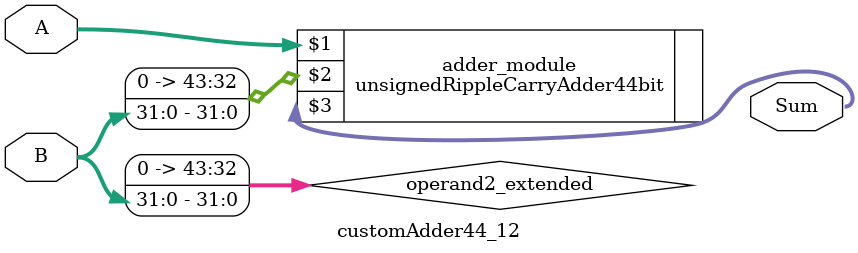
<source format=v>
module customAdder44_12(
                        input [43 : 0] A,
                        input [31 : 0] B,
                        
                        output [44 : 0] Sum
                );

        wire [43 : 0] operand2_extended;
        
        assign operand2_extended =  {12'b0, B};
        
        unsignedRippleCarryAdder44bit adder_module(
            A,
            operand2_extended,
            Sum
        );
        
        endmodule
        
</source>
